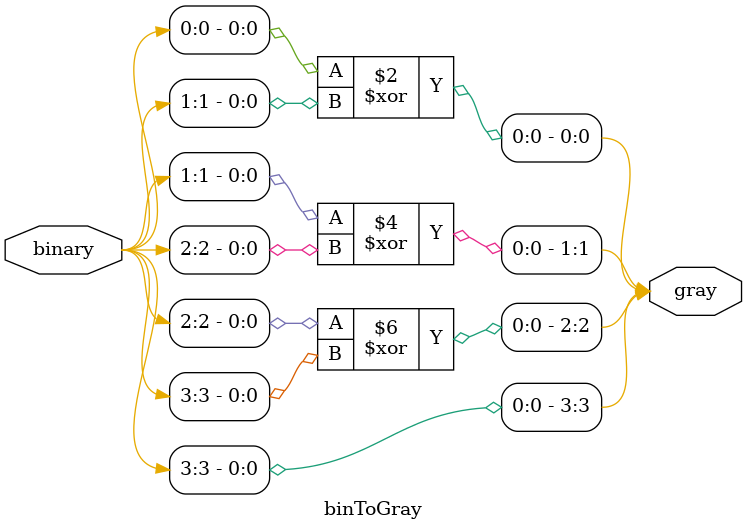
<source format=v>
module binToGray (
    binary,
    gray
);
  parameter COUNTER_WIDTH = 4;
  input [COUNTER_WIDTH-1:0] binary;
  output reg [COUNTER_WIDTH-1:0] gray;

  genvar i;
  generate
    for (i = 0; i < COUNTER_WIDTH; i = i + 1) begin
      always @(*) begin
        if (i != COUNTER_WIDTH - 1) gray[i] = binary[i] ^ binary[i+1];
        else gray[i] = binary[i];
      end
    end
  endgenerate

endmodule

</source>
